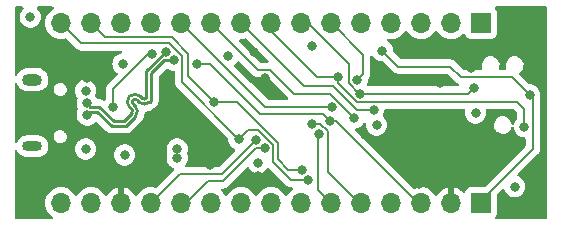
<source format=gbr>
%TF.GenerationSoftware,KiCad,Pcbnew,(7.0.0-0)*%
%TF.CreationDate,2023-03-26T13:07:46-04:00*%
%TF.ProjectId,mini_arduino_clone,6d696e69-5f61-4726-9475-696e6f5f636c,rev?*%
%TF.SameCoordinates,Original*%
%TF.FileFunction,Copper,L4,Bot*%
%TF.FilePolarity,Positive*%
%FSLAX46Y46*%
G04 Gerber Fmt 4.6, Leading zero omitted, Abs format (unit mm)*
G04 Created by KiCad (PCBNEW (7.0.0-0)) date 2023-03-26 13:07:46*
%MOMM*%
%LPD*%
G01*
G04 APERTURE LIST*
%TA.AperFunction,ComponentPad*%
%ADD10O,1.700000X1.000000*%
%TD*%
%TA.AperFunction,ComponentPad*%
%ADD11O,1.700000X0.850000*%
%TD*%
%TA.AperFunction,ComponentPad*%
%ADD12R,1.700000X1.700000*%
%TD*%
%TA.AperFunction,ComponentPad*%
%ADD13O,1.700000X1.700000*%
%TD*%
%TA.AperFunction,ViaPad*%
%ADD14C,0.800000*%
%TD*%
%TA.AperFunction,Conductor*%
%ADD15C,0.200000*%
%TD*%
%TA.AperFunction,Conductor*%
%ADD16C,0.246888*%
%TD*%
G04 APERTURE END LIST*
D10*
%TO.P,J101,6,Shield*%
%TO.N,unconnected-(J101-Shield-Pad6)*%
X1514999Y11841999D03*
D11*
X1514999Y6191999D03*
%TD*%
D12*
%TO.P,J103,1,Pin_1*%
%TO.N,/D5*%
X39496999Y16626999D03*
D13*
%TO.P,J103,2,Pin_2*%
%TO.N,/D6*%
X36956999Y16626999D03*
%TO.P,J103,3,Pin_3*%
%TO.N,/D7*%
X34416999Y16626999D03*
%TO.P,J103,4,Pin_4*%
%TO.N,/D8*%
X31876999Y16626999D03*
%TO.P,J103,5,Pin_5*%
%TO.N,/D9*%
X29336999Y16626999D03*
%TO.P,J103,6,Pin_6*%
%TO.N,/D10*%
X26796999Y16626999D03*
%TO.P,J103,7,Pin_7*%
%TO.N,/D11{slash}MOSI*%
X24256999Y16626999D03*
%TO.P,J103,8,Pin_8*%
%TO.N,/D12{slash}MISO*%
X21716999Y16626999D03*
%TO.P,J103,9,Pin_9*%
%TO.N,/D4*%
X19176999Y16626999D03*
%TO.P,J103,10,Pin_10*%
%TO.N,/D3*%
X16636999Y16626999D03*
%TO.P,J103,11,Pin_11*%
%TO.N,/D2*%
X14096999Y16626999D03*
%TO.P,J103,12,Pin_12*%
%TO.N,GND*%
X11556999Y16626999D03*
%TO.P,J103,13,Pin_13*%
%TO.N,/~{RESET}*%
X9016999Y16626999D03*
%TO.P,J103,14,Pin_14*%
%TO.N,/D0{slash}RX*%
X6476999Y16626999D03*
%TO.P,J103,15,Pin_15*%
%TO.N,/D1{slash}TX*%
X3936999Y16626999D03*
%TD*%
D12*
%TO.P,J104,1,Pin_1*%
%TO.N,/D13{slash}SCK*%
X39496999Y1386999D03*
D13*
%TO.P,J104,2,Pin_2*%
%TO.N,GND*%
X36956999Y1386999D03*
%TO.P,J104,3,Pin_3*%
%TO.N,/~{RESET}*%
X34416999Y1386999D03*
%TO.P,J104,4,Pin_4*%
%TO.N,+5V*%
X31876999Y1386999D03*
%TO.P,J104,5,Pin_5*%
%TO.N,/A7*%
X29336999Y1386999D03*
%TO.P,J104,6,Pin_6*%
%TO.N,/A6*%
X26796999Y1386999D03*
%TO.P,J104,7,Pin_7*%
%TO.N,/A5{slash}SCL*%
X24256999Y1386999D03*
%TO.P,J104,8,Pin_8*%
%TO.N,/A4{slash}~{SDA}*%
X21716999Y1386999D03*
%TO.P,J104,9,Pin_9*%
%TO.N,/A3*%
X19176999Y1386999D03*
%TO.P,J104,10,Pin_10*%
%TO.N,/A2*%
X16636999Y1386999D03*
%TO.P,J104,11,Pin_11*%
%TO.N,/A1*%
X14096999Y1386999D03*
%TO.P,J104,12,Pin_12*%
%TO.N,/A0*%
X11556999Y1386999D03*
%TO.P,J104,13,Pin_13*%
%TO.N,GND*%
X9016999Y1386999D03*
%TO.P,J104,14,Pin_14*%
%TO.N,+3V3*%
X6476999Y1386999D03*
%TO.P,J104,15,Pin_15*%
%TO.N,VBUS*%
X3936999Y1386999D03*
%TD*%
D14*
%TO.N,GND*%
X20628893Y3676487D03*
X2086893Y3676487D03*
X7903493Y5403687D03*
X21162293Y11957387D03*
X16539493Y4641687D03*
X43920693Y1644487D03*
X20298693Y14192087D03*
X13135893Y9518487D03*
X29696693Y7118865D03*
X35995893Y11589568D03*
X10468893Y6597487D03*
X34569933Y6728047D03*
X40313893Y6597487D03*
X43920693Y16325687D03*
X5973093Y7384887D03*
X35437093Y4336887D03*
X34268693Y2965287D03*
X38662893Y12820487D03*
X6165244Y12007687D03*
%TO.N,VBUS*%
X6023893Y10915487D03*
X6023893Y5962487D03*
%TO.N,+5V*%
X30661893Y7994487D03*
X1324893Y17138487D03*
X25200893Y14725487D03*
X39043893Y9010487D03*
X18088893Y13836487D03*
X13770893Y5962487D03*
X13770893Y5200487D03*
X42345893Y2787487D03*
%TO.N,/~{RESET}*%
X8359593Y9518487D03*
X15421893Y13201487D03*
X26666994Y8339403D03*
X11595954Y14010356D03*
%TO.N,+3V3*%
X20628893Y4819487D03*
%TO.N,/USB_UART/VBUS*%
X9325893Y5454487D03*
X9186493Y13176087D03*
%TO.N,/D_P*%
X6150893Y8853100D03*
X13481598Y13490782D03*
%TO.N,/D_N*%
X12790188Y14182192D03*
X6150893Y9830900D03*
%TO.N,/D12{slash}MISO*%
X43170393Y7867487D03*
X27359893Y12058487D03*
%TO.N,/D13{slash}SCK*%
X43615893Y10534487D03*
X31119771Y14294365D03*
%TO.N,/D11{slash}MOSI*%
X29264893Y10661487D03*
X38916893Y11169487D03*
%TO.N,/D2*%
X26851893Y9518487D03*
%TO.N,/D3*%
X28763473Y8606810D03*
%TO.N,/D4*%
X30407893Y9261987D03*
%TO.N,/D10*%
X29010893Y11804487D03*
%TO.N,/A7*%
X25200893Y8121487D03*
%TO.N,/A6*%
X25806813Y7220390D03*
%TO.N,/A1*%
X21173993Y6028513D03*
%TO.N,/A0*%
X20456621Y6724487D03*
%TO.N,/D0{slash}RX*%
X24350993Y4184487D03*
X16844293Y9924887D03*
%TO.N,/D1{slash}TX*%
X18977893Y6826087D03*
X24882710Y3332892D03*
%TD*%
D15*
%TO.N,/~{RESET}*%
X8359593Y11041387D02*
X8359593Y9518487D01*
X34130624Y1387000D02*
X34417000Y1387000D01*
X16520979Y13201487D02*
X15421893Y13201487D01*
X26666994Y8339403D02*
X26087188Y8919209D01*
X11328562Y14010356D02*
X8359593Y11041387D01*
X20803257Y8919209D02*
X16520979Y13201487D01*
X27178221Y8339403D02*
X34130624Y1387000D01*
X26666994Y8339403D02*
X27178221Y8339403D01*
X11595954Y14010356D02*
X11328562Y14010356D01*
X26087188Y8919209D02*
X20803257Y8919209D01*
D16*
%TO.N,/D_P*%
X13090487Y13490782D02*
X13080653Y13480948D01*
X10529252Y9941144D02*
X10529251Y9941144D01*
X7001424Y9129656D02*
X6427449Y9129656D01*
X10213252Y8708551D02*
X10213254Y8708549D01*
X13481598Y13490782D02*
X13090487Y13490782D01*
X13080653Y13480948D02*
X12689544Y13480948D01*
X10028345Y9810055D02*
X10213252Y9625148D01*
X9413849Y7909143D02*
X8221937Y7909143D01*
X11570237Y10065531D02*
X11445848Y9941144D01*
X12689544Y13480948D02*
X11570237Y12361641D01*
X11570237Y12361641D02*
X11570237Y10065531D01*
X10028345Y9810056D02*
X10028345Y9810055D01*
X10213254Y8708549D02*
X9413849Y7909143D01*
X8221937Y7909143D02*
X7001424Y9129656D01*
X10213253Y8708551D02*
X10213252Y8708551D01*
X6427449Y9129656D02*
X6150893Y8853100D01*
X10529251Y9941144D02*
X10344343Y10126052D01*
X10529253Y9941145D02*
G75*
G03*
X11445847Y9941145I458297J458298D01*
G01*
X10213215Y8708589D02*
G75*
G03*
X10213252Y9625148I-458222J458298D01*
G01*
X10344343Y10126052D02*
G75*
G03*
X10028345Y10126052I-157999J-158000D01*
G01*
X10028313Y10126084D02*
G75*
G03*
X10028346Y9810057I157980J-157997D01*
G01*
%TO.N,/D_N*%
X9728046Y9509754D02*
X9912953Y9324847D01*
X11145549Y12537553D02*
X11145549Y10241443D01*
X9912953Y9008849D02*
X9912954Y9008849D01*
X9728046Y9509755D02*
X9728046Y9509754D01*
X9912954Y9008849D02*
X9237937Y8333831D01*
X9237937Y8333831D02*
X8397849Y8333831D01*
X10829551Y10241443D02*
X10644643Y10426351D01*
X12790188Y14182192D02*
X11145549Y12537553D01*
X8397849Y8333831D02*
X7177336Y9554344D01*
X6427449Y9554344D02*
X6150893Y9830900D01*
X9728046Y10426352D02*
X9728046Y10426351D01*
X7177336Y9554344D02*
X6427449Y9554344D01*
X10644692Y10426400D02*
G75*
G03*
X9728046Y10426352I-458299J-458313D01*
G01*
X10829551Y10241443D02*
G75*
G03*
X11145549Y10241443I157999J158000D01*
G01*
X9912914Y9008888D02*
G75*
G03*
X9912953Y9324847I-157921J157999D01*
G01*
X9728013Y10426384D02*
G75*
G03*
X9728047Y9509756I458380J-458297D01*
G01*
D15*
%TO.N,/D12{slash}MISO*%
X27359893Y11576537D02*
X27359893Y12058487D01*
X27359893Y12058487D02*
X25581893Y12058487D01*
X21717000Y15923380D02*
X21717000Y16627000D01*
X28974943Y9961487D02*
X27359893Y11576537D01*
X43170393Y9328987D02*
X42537893Y9961487D01*
X43170393Y7867487D02*
X43170393Y9328987D01*
X42537893Y9961487D02*
X28974943Y9961487D01*
X25581893Y12058487D02*
X21717000Y15923380D01*
%TO.N,/D13{slash}SCK*%
X43615893Y10534487D02*
X42091893Y12058487D01*
X32466649Y12947487D02*
X31119771Y14294365D01*
X37773893Y12058487D02*
X36884893Y12947487D01*
X42091893Y12058487D02*
X37773893Y12058487D01*
X36884893Y12947487D02*
X32466649Y12947487D01*
X43869893Y10280487D02*
X43869893Y5962487D01*
X43615893Y10534487D02*
X43869893Y10280487D01*
X43869893Y5962487D02*
X39497000Y1589594D01*
X39497000Y1589594D02*
X39497000Y1387000D01*
%TO.N,/D11{slash}MOSI*%
X29264893Y10661487D02*
X29163943Y10661487D01*
X28310893Y13139487D02*
X24823380Y16627000D01*
X38916893Y11169487D02*
X38408893Y10661487D01*
X24823380Y16627000D02*
X24257000Y16627000D01*
X29163943Y10661487D02*
X28310893Y11514537D01*
X28310893Y11514537D02*
X28310893Y13139487D01*
X38408893Y10661487D02*
X29264893Y10661487D01*
%TO.N,/D2*%
X26851893Y9518487D02*
X21205513Y9518487D01*
X21205513Y9518487D02*
X14097000Y16627000D01*
%TO.N,/D3*%
X21655443Y12656887D02*
X20607113Y12656887D01*
X26708796Y10661487D02*
X23650843Y10661487D01*
X28763473Y8606810D02*
X26708796Y10661487D01*
X20607113Y12656887D02*
X16637000Y16627000D01*
X23650843Y10661487D02*
X21655443Y12656887D01*
%TO.N,/D4*%
X26974013Y11296487D02*
X24507513Y11296487D01*
X24507513Y11296487D02*
X19177000Y16627000D01*
X30407893Y9261987D02*
X29008513Y9261987D01*
X29008513Y9261987D02*
X26974013Y11296487D01*
%TO.N,/D10*%
X29518893Y13963487D02*
X26855380Y16627000D01*
X26855380Y16627000D02*
X26797000Y16627000D01*
X29518893Y12312487D02*
X29518893Y13963487D01*
X29010893Y11804487D02*
X29518893Y12312487D01*
%TO.N,/A7*%
X29141380Y1387000D02*
X29337000Y1387000D01*
X25895666Y8121487D02*
X26506813Y7510340D01*
X25200893Y8121487D02*
X25895666Y8121487D01*
X26506813Y7510340D02*
X26506813Y4021567D01*
X26506813Y4021567D02*
X29141380Y1387000D01*
%TO.N,/A6*%
X25708893Y7122470D02*
X25708893Y2475107D01*
X25708893Y2475107D02*
X26797000Y1387000D01*
X25806813Y7220390D02*
X25708893Y7122470D01*
%TO.N,/A1*%
X20750597Y6028513D02*
X20746571Y6024487D01*
X14504006Y1387000D02*
X14097000Y1387000D01*
X17631693Y3219287D02*
X16336293Y3219287D01*
X20436893Y6024487D02*
X17631693Y3219287D01*
X20746571Y6024487D02*
X20436893Y6024487D01*
X21173993Y6028513D02*
X20750597Y6028513D01*
X16336293Y3219287D02*
X14504006Y1387000D01*
%TO.N,/A0*%
X17561021Y3828887D02*
X13998887Y3828887D01*
X13998887Y3828887D02*
X11557000Y1387000D01*
X20456621Y6724487D02*
X17561021Y3828887D01*
%TO.N,/D0{slash}RX*%
X14659893Y14039687D02*
X13288293Y15411287D01*
X16844293Y9924887D02*
X14659893Y12109287D01*
X13288293Y15411287D02*
X7692713Y15411287D01*
X24350993Y4184487D02*
X23168893Y4184487D01*
X23168893Y4184487D02*
X22273993Y5079387D01*
X22273993Y5079387D02*
X22273993Y6484149D01*
X22273993Y6484149D02*
X18833255Y9924887D01*
X18833255Y9924887D02*
X16844293Y9924887D01*
X7692713Y15411287D02*
X6477000Y16627000D01*
X14659893Y12109287D02*
X14659893Y14039687D01*
%TO.N,/D1{slash}TX*%
X14181598Y11597632D02*
X14181598Y13806782D01*
X24882710Y3332892D02*
X23385488Y3332892D01*
X18977893Y6826087D02*
X18953143Y6826087D01*
X5660713Y14903287D02*
X3937000Y16627000D01*
X23385488Y3332892D02*
X21873993Y4844387D01*
X21873993Y4844387D02*
X21873993Y6318463D01*
X13085093Y14903287D02*
X5660713Y14903287D01*
X20578969Y7613487D02*
X19765293Y7613487D01*
X21873993Y6318463D02*
X20578969Y7613487D01*
X14181598Y13806782D02*
X13085093Y14903287D01*
X19765293Y7613487D02*
X18977893Y6826087D01*
X18953143Y6826087D02*
X14181598Y11597632D01*
%TD*%
%TA.AperFunction,Conductor*%
%TO.N,GND*%
G36*
X45022500Y18016887D02*
G01*
X45067887Y17971500D01*
X45084500Y17909500D01*
X45084500Y124500D01*
X45067887Y62500D01*
X45022500Y17113D01*
X44960500Y500D01*
X40818304Y500D01*
X40753137Y19005D01*
X40707420Y68996D01*
X40694798Y135553D01*
X40719037Y198811D01*
X40736776Y222509D01*
X40790796Y294669D01*
X40841091Y429517D01*
X40847500Y489127D01*
X40847499Y2039499D01*
X40856938Y2086951D01*
X40883815Y2127176D01*
X41291548Y2534909D01*
X41345568Y2566570D01*
X41408174Y2567800D01*
X41463398Y2538282D01*
X41497158Y2485545D01*
X41516669Y2425495D01*
X41518714Y2419203D01*
X41521961Y2413579D01*
X41521962Y2413577D01*
X41609341Y2262231D01*
X41613360Y2255271D01*
X41740022Y2114599D01*
X41893163Y2003336D01*
X42066090Y1926343D01*
X42251247Y1886987D01*
X42434036Y1886987D01*
X42440539Y1886987D01*
X42625696Y1926343D01*
X42798623Y2003336D01*
X42951764Y2114599D01*
X43078426Y2255271D01*
X43173072Y2419203D01*
X43231567Y2599231D01*
X43251353Y2787487D01*
X43235128Y2941858D01*
X43232246Y2969283D01*
X43232245Y2969284D01*
X43231567Y2975743D01*
X43173072Y3155771D01*
X43078426Y3319703D01*
X42951764Y3460375D01*
X42946506Y3464195D01*
X42946504Y3464197D01*
X42803881Y3567818D01*
X42803880Y3567819D01*
X42798623Y3571638D01*
X42792685Y3574282D01*
X42637998Y3643154D01*
X42591054Y3679666D01*
X42566510Y3733836D01*
X42570012Y3793204D01*
X42600751Y3844112D01*
X44260937Y5504298D01*
X44273115Y5514977D01*
X44298175Y5534205D01*
X44394429Y5659646D01*
X44454937Y5805725D01*
X44462119Y5860277D01*
X44475576Y5962487D01*
X44471453Y5993796D01*
X44470393Y6009981D01*
X44470393Y10230652D01*
X44476461Y10268967D01*
X44501567Y10346231D01*
X44521353Y10534487D01*
X44501567Y10722743D01*
X44443072Y10902771D01*
X44348426Y11066703D01*
X44337401Y11078947D01*
X44226113Y11202545D01*
X44226112Y11202546D01*
X44221764Y11207375D01*
X44216506Y11211195D01*
X44216504Y11211197D01*
X44073881Y11314818D01*
X44073880Y11314819D01*
X44068623Y11318638D01*
X44043796Y11329692D01*
X43901638Y11392986D01*
X43901633Y11392988D01*
X43895696Y11395631D01*
X43889337Y11396983D01*
X43889333Y11396984D01*
X43716901Y11433635D01*
X43716898Y11433636D01*
X43710539Y11434987D01*
X43704036Y11434987D01*
X43615991Y11434987D01*
X43568538Y11444426D01*
X43528310Y11471306D01*
X43139577Y11860039D01*
X42737937Y12261678D01*
X42708792Y12307796D01*
X42702261Y12361961D01*
X42719610Y12413686D01*
X42757475Y12452955D01*
X42827677Y12499127D01*
X42947351Y12625974D01*
X43034546Y12777000D01*
X43084561Y12944064D01*
X43094701Y13118158D01*
X43064419Y13289899D01*
X42995346Y13450026D01*
X42964681Y13491216D01*
X42950538Y13510214D01*
X42891208Y13589909D01*
X42885681Y13594546D01*
X42885679Y13594549D01*
X42763145Y13697366D01*
X42757618Y13702004D01*
X42745076Y13708303D01*
X42608227Y13777031D01*
X42608224Y13777032D01*
X42601777Y13780270D01*
X42594752Y13781935D01*
X42439115Y13818822D01*
X42439111Y13818823D01*
X42432088Y13820487D01*
X42301438Y13820487D01*
X42297873Y13820071D01*
X42297867Y13820070D01*
X42178849Y13806159D01*
X42178846Y13806159D01*
X42171682Y13805321D01*
X42164903Y13802854D01*
X42164900Y13802853D01*
X42014594Y13748146D01*
X42014590Y13748145D01*
X42007809Y13745676D01*
X42001779Y13741711D01*
X42001773Y13741707D01*
X41868145Y13653818D01*
X41868139Y13653814D01*
X41862109Y13649847D01*
X41857156Y13644598D01*
X41857151Y13644593D01*
X41747392Y13528255D01*
X41747388Y13528251D01*
X41742435Y13523000D01*
X41738825Y13516750D01*
X41738823Y13516745D01*
X41658850Y13378228D01*
X41658847Y13378223D01*
X41655240Y13371974D01*
X41653170Y13365062D01*
X41653169Y13365058D01*
X41607295Y13211825D01*
X41605225Y13204910D01*
X41604805Y13197705D01*
X41604805Y13197703D01*
X41595504Y13038026D01*
X41595504Y13038018D01*
X41595085Y13030816D01*
X41596338Y13023705D01*
X41596339Y13023704D01*
X41624112Y12866187D01*
X41624114Y12866179D01*
X41625367Y12859075D01*
X41628224Y12852450D01*
X41628226Y12852446D01*
X41637002Y12832103D01*
X41646672Y12772181D01*
X41626745Y12714849D01*
X41581995Y12673842D01*
X41523144Y12658987D01*
X41135776Y12658987D01*
X41080125Y12672177D01*
X41036313Y12708939D01*
X41013660Y12761454D01*
X41016985Y12818550D01*
X41054561Y12944064D01*
X41064701Y13118158D01*
X41034419Y13289899D01*
X40965346Y13450026D01*
X40934681Y13491216D01*
X40920538Y13510214D01*
X40861208Y13589909D01*
X40855681Y13594546D01*
X40855679Y13594549D01*
X40733145Y13697366D01*
X40727618Y13702004D01*
X40715076Y13708303D01*
X40578227Y13777031D01*
X40578224Y13777032D01*
X40571777Y13780270D01*
X40564752Y13781935D01*
X40409115Y13818822D01*
X40409111Y13818823D01*
X40402088Y13820487D01*
X40271438Y13820487D01*
X40267873Y13820071D01*
X40267867Y13820070D01*
X40148849Y13806159D01*
X40148846Y13806159D01*
X40141682Y13805321D01*
X40134903Y13802854D01*
X40134900Y13802853D01*
X39984594Y13748146D01*
X39984590Y13748145D01*
X39977809Y13745676D01*
X39971779Y13741711D01*
X39971773Y13741707D01*
X39838145Y13653818D01*
X39838139Y13653814D01*
X39832109Y13649847D01*
X39827156Y13644598D01*
X39827151Y13644593D01*
X39717392Y13528255D01*
X39717388Y13528251D01*
X39712435Y13523000D01*
X39708825Y13516750D01*
X39708823Y13516745D01*
X39628850Y13378228D01*
X39628847Y13378223D01*
X39625240Y13371974D01*
X39623170Y13365062D01*
X39623169Y13365058D01*
X39577295Y13211825D01*
X39575225Y13204910D01*
X39574805Y13197705D01*
X39574805Y13197703D01*
X39565504Y13038026D01*
X39565504Y13038018D01*
X39565085Y13030816D01*
X39566338Y13023705D01*
X39566339Y13023704D01*
X39594112Y12866187D01*
X39594114Y12866179D01*
X39595367Y12859075D01*
X39598224Y12852450D01*
X39598226Y12852446D01*
X39607002Y12832103D01*
X39616672Y12772181D01*
X39596745Y12714849D01*
X39551995Y12673842D01*
X39493144Y12658987D01*
X38073990Y12658987D01*
X38026537Y12668426D01*
X37986309Y12695306D01*
X37343092Y13338523D01*
X37332396Y13350719D01*
X37323748Y13361989D01*
X37313175Y13375769D01*
X37187734Y13472023D01*
X37101914Y13507571D01*
X37049164Y13529421D01*
X37049161Y13529422D01*
X37041655Y13532531D01*
X37033601Y13533592D01*
X37033595Y13533593D01*
X36966487Y13542427D01*
X36892952Y13552108D01*
X36884893Y13553169D01*
X36876834Y13552108D01*
X36853591Y13549048D01*
X36837406Y13547987D01*
X32766746Y13547987D01*
X32719293Y13557426D01*
X32679065Y13584306D01*
X32060871Y14202500D01*
X32033991Y14242728D01*
X32024708Y14289395D01*
X32025231Y14294365D01*
X32005445Y14482621D01*
X31946950Y14662649D01*
X31852304Y14826581D01*
X31725642Y14967253D01*
X31720384Y14971073D01*
X31720382Y14971075D01*
X31590813Y15065212D01*
X31550595Y15114700D01*
X31540290Y15177631D01*
X31562622Y15237361D01*
X31611686Y15278095D01*
X31674503Y15289058D01*
X31877000Y15271341D01*
X32112408Y15291937D01*
X32340663Y15353097D01*
X32554830Y15452965D01*
X32748401Y15588505D01*
X32915495Y15755599D01*
X33045426Y15941159D01*
X33089743Y15980024D01*
X33147000Y15994035D01*
X33204257Y15980024D01*
X33248575Y15941158D01*
X33375395Y15760039D01*
X33375401Y15760032D01*
X33378505Y15755599D01*
X33545599Y15588505D01*
X33550031Y15585402D01*
X33550033Y15585400D01*
X33694260Y15484411D01*
X33739170Y15452965D01*
X33953337Y15353097D01*
X34181592Y15291937D01*
X34417000Y15271341D01*
X34652408Y15291937D01*
X34880663Y15353097D01*
X35094830Y15452965D01*
X35288401Y15588505D01*
X35455495Y15755599D01*
X35585426Y15941159D01*
X35629743Y15980024D01*
X35687000Y15994035D01*
X35744257Y15980024D01*
X35788575Y15941158D01*
X35915395Y15760039D01*
X35915401Y15760032D01*
X35918505Y15755599D01*
X36085599Y15588505D01*
X36090031Y15585402D01*
X36090033Y15585400D01*
X36234260Y15484411D01*
X36279170Y15452965D01*
X36493337Y15353097D01*
X36721592Y15291937D01*
X36957000Y15271341D01*
X37192408Y15291937D01*
X37420663Y15353097D01*
X37634830Y15452965D01*
X37828401Y15588505D01*
X37950329Y15710434D01*
X38003072Y15741727D01*
X38064365Y15743916D01*
X38119210Y15716463D01*
X38154189Y15666084D01*
X38203204Y15534669D01*
X38208518Y15527570D01*
X38208519Y15527569D01*
X38264367Y15452965D01*
X38289454Y15419454D01*
X38404669Y15333204D01*
X38539517Y15282909D01*
X38599127Y15276500D01*
X40394872Y15276501D01*
X40454483Y15282909D01*
X40589331Y15333204D01*
X40704546Y15419454D01*
X40790796Y15534669D01*
X40841091Y15669517D01*
X40847500Y15729127D01*
X40847499Y17524872D01*
X40841091Y17584483D01*
X40790796Y17719331D01*
X40704546Y17834546D01*
X40706701Y17836160D01*
X40685239Y17871182D01*
X40680697Y17928898D01*
X40702852Y17982385D01*
X40746875Y18019985D01*
X40803170Y18033500D01*
X44960500Y18033500D01*
X45022500Y18016887D01*
G37*
%TD.AperFunction*%
%TA.AperFunction,Conductor*%
G36*
X701150Y18019389D02*
G01*
X745523Y17980269D01*
X766723Y17925042D01*
X759924Y17866277D01*
X726673Y17817350D01*
X724277Y17815194D01*
X719022Y17811375D01*
X714677Y17806551D01*
X714673Y17806546D01*
X596706Y17675531D01*
X596701Y17675525D01*
X592360Y17670703D01*
X589115Y17665083D01*
X589111Y17665077D01*
X500962Y17512398D01*
X500959Y17512393D01*
X497714Y17506771D01*
X495708Y17500599D01*
X495706Y17500593D01*
X441226Y17332923D01*
X441224Y17332914D01*
X439219Y17326743D01*
X438541Y17320293D01*
X438539Y17320283D01*
X420855Y17152023D01*
X419433Y17138487D01*
X420112Y17132027D01*
X438539Y16956692D01*
X438540Y16956684D01*
X439219Y16950231D01*
X441224Y16944059D01*
X441226Y16944052D01*
X495706Y16776382D01*
X497714Y16770203D01*
X592360Y16606271D01*
X719022Y16465599D01*
X872163Y16354336D01*
X1045090Y16277343D01*
X1230247Y16237987D01*
X1413036Y16237987D01*
X1419539Y16237987D01*
X1604696Y16277343D01*
X1777623Y16354336D01*
X1930764Y16465599D01*
X2057426Y16606271D01*
X2152072Y16770203D01*
X2210567Y16950231D01*
X2230353Y17138487D01*
X2210567Y17326743D01*
X2152072Y17506771D01*
X2057426Y17670703D01*
X1930764Y17811375D01*
X1925507Y17815195D01*
X1923113Y17817350D01*
X1889862Y17866277D01*
X1883063Y17925042D01*
X1904263Y17980269D01*
X1948636Y18019389D01*
X2006085Y18033500D01*
X3199982Y18033500D01*
X3261982Y18016887D01*
X3307369Y17971500D01*
X3323982Y17909500D01*
X3307369Y17847499D01*
X3262418Y17802550D01*
X3259171Y17801035D01*
X3254741Y17797934D01*
X3254732Y17797928D01*
X3070034Y17668601D01*
X3070029Y17668598D01*
X3065599Y17665495D01*
X3061775Y17661672D01*
X3061769Y17661666D01*
X2902334Y17502231D01*
X2902328Y17502225D01*
X2898505Y17498401D01*
X2895402Y17493971D01*
X2895399Y17493966D01*
X2766073Y17309269D01*
X2766068Y17309262D01*
X2762965Y17304829D01*
X2760677Y17299923D01*
X2760675Y17299919D01*
X2665386Y17095573D01*
X2665383Y17095568D01*
X2663097Y17090663D01*
X2661698Y17085443D01*
X2661694Y17085431D01*
X2603337Y16867635D01*
X2603335Y16867629D01*
X2601937Y16862408D01*
X2601465Y16857023D01*
X2601465Y16857018D01*
X2581813Y16632395D01*
X2581341Y16627000D01*
X2601937Y16391592D01*
X2603336Y16386370D01*
X2603337Y16386366D01*
X2661694Y16168570D01*
X2661697Y16168562D01*
X2663097Y16163337D01*
X2665385Y16158430D01*
X2665386Y16158428D01*
X2760678Y15954073D01*
X2760681Y15954067D01*
X2762965Y15949170D01*
X2766064Y15944743D01*
X2766066Y15944741D01*
X2895399Y15760034D01*
X2895402Y15760030D01*
X2898505Y15755599D01*
X3065599Y15588505D01*
X3070031Y15585402D01*
X3070033Y15585400D01*
X3214260Y15484411D01*
X3259170Y15452965D01*
X3473337Y15353097D01*
X3701592Y15291937D01*
X3937000Y15271341D01*
X4172408Y15291937D01*
X4300757Y15326328D01*
X4364943Y15326328D01*
X4420531Y15294234D01*
X5202512Y14512253D01*
X5213202Y14500065D01*
X5232431Y14475005D01*
X5242775Y14467068D01*
X5340832Y14391826D01*
X5351423Y14383699D01*
X5351425Y14383698D01*
X5357872Y14378751D01*
X5503951Y14318243D01*
X5660713Y14297605D01*
X5668772Y14298666D01*
X5692015Y14301726D01*
X5708200Y14302787D01*
X8976254Y14302787D01*
X9034469Y14288272D01*
X9079055Y14248127D01*
X9099575Y14191748D01*
X9091225Y14132336D01*
X9055960Y14083797D01*
X9002035Y14057497D01*
X8913052Y14038584D01*
X8913045Y14038582D01*
X8906690Y14037231D01*
X8900755Y14034589D01*
X8900747Y14034586D01*
X8739700Y13962882D01*
X8739695Y13962880D01*
X8733763Y13960238D01*
X8728509Y13956422D01*
X8728504Y13956418D01*
X8585881Y13852797D01*
X8585874Y13852792D01*
X8580622Y13848975D01*
X8576277Y13844150D01*
X8576272Y13844145D01*
X8458306Y13713131D01*
X8458301Y13713125D01*
X8453960Y13708303D01*
X8450715Y13702683D01*
X8450711Y13702677D01*
X8362562Y13549998D01*
X8362559Y13549993D01*
X8359314Y13544371D01*
X8357308Y13538199D01*
X8357306Y13538193D01*
X8302826Y13370523D01*
X8302824Y13370514D01*
X8300819Y13364343D01*
X8300141Y13357893D01*
X8300139Y13357883D01*
X8284789Y13211825D01*
X8281033Y13176087D01*
X8281712Y13169627D01*
X8300139Y12994292D01*
X8300140Y12994284D01*
X8300819Y12987831D01*
X8302824Y12981659D01*
X8302826Y12981652D01*
X8353052Y12827074D01*
X8359314Y12807803D01*
X8362561Y12802179D01*
X8362562Y12802177D01*
X8439043Y12669707D01*
X8453960Y12643871D01*
X8458304Y12639046D01*
X8458306Y12639044D01*
X8576272Y12508030D01*
X8580622Y12503199D01*
X8585880Y12499379D01*
X8585881Y12499378D01*
X8689945Y12423771D01*
X8725250Y12384042D01*
X8740678Y12333182D01*
X8733396Y12280534D01*
X8704741Y12235772D01*
X7968558Y11499589D01*
X7956367Y11488897D01*
X7937757Y11474617D01*
X7937749Y11474610D01*
X7931311Y11469669D01*
X7926370Y11463231D01*
X7926367Y11463227D01*
X7874996Y11396278D01*
X7840004Y11350676D01*
X7840001Y11350673D01*
X7835057Y11344228D01*
X7831948Y11336725D01*
X7831947Y11336721D01*
X7777659Y11205659D01*
X7777657Y11205654D01*
X7774549Y11198149D01*
X7773489Y11190098D01*
X7773487Y11190090D01*
X7756503Y11061077D01*
X7753911Y11041387D01*
X7754972Y11033328D01*
X7758032Y11010085D01*
X7759093Y10993900D01*
X7759093Y10244939D01*
X7750857Y10200501D01*
X7727244Y10161969D01*
X7697042Y10128426D01*
X7674710Y10103624D01*
X7623749Y10069638D01*
X7562737Y10064193D01*
X7510375Y10086960D01*
X7510350Y10086916D01*
X7510002Y10087122D01*
X7506563Y10088617D01*
X7503638Y10090886D01*
X7503637Y10090887D01*
X7497474Y10095667D01*
X7490315Y10098765D01*
X7490312Y10098767D01*
X7457502Y10112966D01*
X7447018Y10118102D01*
X7415684Y10135327D01*
X7415681Y10135328D01*
X7408851Y10139083D01*
X7401299Y10141022D01*
X7401297Y10141023D01*
X7389519Y10144047D01*
X7371111Y10150349D01*
X7359955Y10155177D01*
X7359952Y10155178D01*
X7352795Y10158275D01*
X7345087Y10159496D01*
X7309777Y10165089D01*
X7298350Y10167455D01*
X7256158Y10178288D01*
X7248356Y10178288D01*
X7236199Y10178288D01*
X7216801Y10179815D01*
X7204798Y10181717D01*
X7204791Y10181718D01*
X7197090Y10182937D01*
X7189324Y10182203D01*
X7189322Y10182203D01*
X7153728Y10178838D01*
X7142058Y10178288D01*
X7061728Y10178288D01*
X6999728Y10194901D01*
X6954341Y10240288D01*
X6896742Y10340052D01*
X6883426Y10363116D01*
X6869630Y10378438D01*
X6859236Y10389982D01*
X6833455Y10434638D01*
X6828067Y10485919D01*
X6844002Y10534958D01*
X6851072Y10547203D01*
X6909567Y10727231D01*
X6929353Y10915487D01*
X6909567Y11103743D01*
X6851072Y11283771D01*
X6756426Y11447703D01*
X6748312Y11456714D01*
X6634113Y11583545D01*
X6634112Y11583546D01*
X6629764Y11588375D01*
X6624506Y11592195D01*
X6624504Y11592197D01*
X6481881Y11695818D01*
X6481880Y11695819D01*
X6476623Y11699638D01*
X6470685Y11702282D01*
X6309638Y11773986D01*
X6309633Y11773988D01*
X6303696Y11776631D01*
X6297337Y11777983D01*
X6297333Y11777984D01*
X6124901Y11814635D01*
X6124898Y11814636D01*
X6118539Y11815987D01*
X5929247Y11815987D01*
X5922888Y11814636D01*
X5922884Y11814635D01*
X5750452Y11777984D01*
X5750445Y11777982D01*
X5744090Y11776631D01*
X5738155Y11773989D01*
X5738147Y11773986D01*
X5577100Y11702282D01*
X5577095Y11702280D01*
X5571163Y11699638D01*
X5565909Y11695822D01*
X5565904Y11695818D01*
X5423281Y11592197D01*
X5423274Y11592192D01*
X5418022Y11588375D01*
X5413677Y11583550D01*
X5413672Y11583545D01*
X5295706Y11452531D01*
X5295701Y11452525D01*
X5291360Y11447703D01*
X5288115Y11442083D01*
X5288111Y11442077D01*
X5199962Y11289398D01*
X5199959Y11289393D01*
X5196714Y11283771D01*
X5194708Y11277599D01*
X5194706Y11277593D01*
X5140226Y11109923D01*
X5140224Y11109914D01*
X5138219Y11103743D01*
X5137541Y11097293D01*
X5137539Y11097283D01*
X5123135Y10960228D01*
X5118433Y10915487D01*
X5119112Y10909027D01*
X5137539Y10733692D01*
X5137540Y10733684D01*
X5138219Y10727231D01*
X5140224Y10721059D01*
X5140226Y10721052D01*
X5190472Y10566414D01*
X5196714Y10547203D01*
X5199961Y10541579D01*
X5199962Y10541577D01*
X5232096Y10485919D01*
X5291360Y10383271D01*
X5295702Y10378448D01*
X5295710Y10378438D01*
X5315548Y10356407D01*
X5341329Y10311756D01*
X5346720Y10260479D01*
X5330790Y10211441D01*
X5326965Y10204816D01*
X5326962Y10204812D01*
X5323714Y10199184D01*
X5321707Y10193010D01*
X5321704Y10193001D01*
X5267226Y10025336D01*
X5267224Y10025327D01*
X5265219Y10019156D01*
X5264541Y10012706D01*
X5264539Y10012696D01*
X5250899Y9882911D01*
X5245433Y9830900D01*
X5246112Y9824440D01*
X5264539Y9649105D01*
X5264540Y9649097D01*
X5265219Y9642644D01*
X5267224Y9636472D01*
X5267226Y9636465D01*
X5311584Y9499948D01*
X5323714Y9462616D01*
X5326962Y9456990D01*
X5326964Y9456986D01*
X5357555Y9404000D01*
X5374168Y9342002D01*
X5357556Y9280003D01*
X5326963Y9227013D01*
X5326960Y9227007D01*
X5323714Y9221384D01*
X5321708Y9215212D01*
X5321706Y9215206D01*
X5267226Y9047536D01*
X5267224Y9047527D01*
X5265219Y9041356D01*
X5264541Y9034906D01*
X5264539Y9034896D01*
X5250350Y8899882D01*
X5245433Y8853100D01*
X5246112Y8846640D01*
X5264539Y8671305D01*
X5264540Y8671297D01*
X5265219Y8664844D01*
X5267224Y8658672D01*
X5267226Y8658665D01*
X5317329Y8504467D01*
X5323714Y8484816D01*
X5326961Y8479192D01*
X5326962Y8479190D01*
X5410915Y8333778D01*
X5418360Y8320884D01*
X5422704Y8316059D01*
X5422706Y8316057D01*
X5540412Y8185332D01*
X5545022Y8180212D01*
X5550280Y8176392D01*
X5550281Y8176391D01*
X5577809Y8156391D01*
X5698163Y8068949D01*
X5871090Y7991956D01*
X6056247Y7952600D01*
X6239036Y7952600D01*
X6245539Y7952600D01*
X6430696Y7991956D01*
X6603623Y8068949D01*
X6756764Y8180212D01*
X6817020Y8247133D01*
X6872913Y8282742D01*
X6939166Y8284477D01*
X6996849Y8251841D01*
X7725882Y7522808D01*
X7733309Y7514646D01*
X7737359Y7508265D01*
X7743041Y7502929D01*
X7743043Y7502927D01*
X7786259Y7462345D01*
X7789056Y7459634D01*
X7808499Y7440191D01*
X7811646Y7437750D01*
X7820530Y7430163D01*
X7852277Y7400350D01*
X7869771Y7390732D01*
X7886027Y7380054D01*
X7901799Y7367820D01*
X7941783Y7350518D01*
X7952241Y7345394D01*
X7990422Y7324404D01*
X7997977Y7322465D01*
X7997978Y7322464D01*
X8009752Y7319441D01*
X8028164Y7313138D01*
X8046478Y7305212D01*
X8089484Y7298401D01*
X8100925Y7296032D01*
X8133222Y7287739D01*
X8143115Y7285199D01*
X8163074Y7285199D01*
X8182471Y7283673D01*
X8202183Y7280550D01*
X8245544Y7284649D01*
X8257215Y7285199D01*
X9336269Y7285199D01*
X9347289Y7284680D01*
X9354665Y7283031D01*
X9421707Y7285139D01*
X9425602Y7285199D01*
X9449205Y7285199D01*
X9453104Y7285199D01*
X9457051Y7285698D01*
X9468701Y7286616D01*
X9512231Y7287983D01*
X9519719Y7290159D01*
X9519721Y7290159D01*
X9531388Y7293549D01*
X9550454Y7297498D01*
X9570251Y7299998D01*
X9610745Y7316032D01*
X9621794Y7319814D01*
X9627938Y7321599D01*
X9663616Y7331964D01*
X9680799Y7342127D01*
X9698271Y7350685D01*
X9702254Y7352263D01*
X9716825Y7358031D01*
X9752065Y7383636D01*
X9761813Y7390040D01*
X9799309Y7412213D01*
X9813415Y7426320D01*
X9828210Y7438958D01*
X9844363Y7450692D01*
X9872127Y7484256D01*
X9879979Y7492885D01*
X10604457Y8217364D01*
X10622444Y8232242D01*
X10629155Y8236802D01*
X10634156Y8242477D01*
X10634607Y8242837D01*
X10637247Y8245240D01*
X10637652Y8245659D01*
X10643767Y8250100D01*
X10671514Y8283643D01*
X10679380Y8292287D01*
X10682207Y8295112D01*
X10682386Y8295345D01*
X10682748Y8295731D01*
X10725171Y8338145D01*
X10842876Y8500127D01*
X10933791Y8678528D01*
X10995676Y8868956D01*
X11021207Y9030102D01*
X11039685Y9078233D01*
X11076144Y9114690D01*
X11124277Y9133167D01*
X11285428Y9158690D01*
X11475857Y9220564D01*
X11654262Y9311466D01*
X11816251Y9429157D01*
X11865509Y9478416D01*
X11887040Y9499948D01*
X11887042Y9499949D01*
X11887043Y9499948D01*
X11940614Y9553519D01*
X11940614Y9553521D01*
X11956584Y9569491D01*
X11964726Y9576899D01*
X11971115Y9580953D01*
X12017042Y9629862D01*
X12019754Y9632659D01*
X12023560Y9636465D01*
X12039186Y9652090D01*
X12041617Y9655225D01*
X12049215Y9664123D01*
X12079030Y9695871D01*
X12088646Y9713364D01*
X12099324Y9729619D01*
X12111558Y9745389D01*
X12128856Y9785367D01*
X12133995Y9795854D01*
X12151216Y9827177D01*
X12151215Y9827177D01*
X12154976Y9834016D01*
X12159939Y9853348D01*
X12166240Y9871753D01*
X12174167Y9890067D01*
X12180980Y9933088D01*
X12183351Y9944533D01*
X12192241Y9979154D01*
X12192240Y9979154D01*
X12194181Y9986709D01*
X12194181Y10006661D01*
X12195708Y10026060D01*
X12197609Y10038063D01*
X12197608Y10038063D01*
X12198830Y10045771D01*
X12194730Y10089137D01*
X12194181Y10100805D01*
X12194181Y12051833D01*
X12203620Y12099286D01*
X12230500Y12139514D01*
X12375873Y12284887D01*
X12820043Y12729059D01*
X12869404Y12759307D01*
X12927120Y12763849D01*
X12980606Y12741695D01*
X13028868Y12706631D01*
X13201795Y12629638D01*
X13386952Y12590282D01*
X13393455Y12590282D01*
X13457098Y12590282D01*
X13519098Y12573669D01*
X13564485Y12528282D01*
X13581098Y12466282D01*
X13581098Y11645119D01*
X13580036Y11628934D01*
X13575916Y11597632D01*
X13576977Y11589573D01*
X13592763Y11469669D01*
X13592763Y11469668D01*
X13594300Y11457987D01*
X13596554Y11440870D01*
X13599666Y11433357D01*
X13648766Y11314818D01*
X13657062Y11294791D01*
X13753316Y11169350D01*
X13773181Y11154107D01*
X13778367Y11150128D01*
X13790562Y11139433D01*
X18037686Y6892309D01*
X18061926Y6858011D01*
X18073326Y6817589D01*
X18091539Y6644292D01*
X18091540Y6644284D01*
X18092219Y6637831D01*
X18094224Y6631659D01*
X18094226Y6631652D01*
X18147888Y6466500D01*
X18150714Y6457803D01*
X18153961Y6452179D01*
X18153962Y6452177D01*
X18232015Y6316984D01*
X18245360Y6293871D01*
X18249704Y6289046D01*
X18249706Y6289044D01*
X18367672Y6158030D01*
X18372022Y6153199D01*
X18525163Y6041936D01*
X18636889Y5992192D01*
X18683829Y5955683D01*
X18708374Y5901512D01*
X18704873Y5842144D01*
X18674131Y5791234D01*
X17348605Y4465706D01*
X17308377Y4438826D01*
X17260924Y4429387D01*
X14566842Y4429387D01*
X14511707Y4442319D01*
X14468072Y4478417D01*
X14445038Y4530152D01*
X14447410Y4586734D01*
X14474690Y4636357D01*
X14503426Y4668271D01*
X14598072Y4832203D01*
X14656567Y5012231D01*
X14676353Y5200487D01*
X14656567Y5388743D01*
X14606389Y5543174D01*
X14600321Y5581487D01*
X14606389Y5619801D01*
X14656567Y5774231D01*
X14676353Y5962487D01*
X14656567Y6150743D01*
X14598072Y6330771D01*
X14503426Y6494703D01*
X14492058Y6507328D01*
X14381113Y6630545D01*
X14381112Y6630546D01*
X14376764Y6635375D01*
X14371506Y6639195D01*
X14371504Y6639197D01*
X14228881Y6742818D01*
X14228880Y6742819D01*
X14223623Y6746638D01*
X14217685Y6749282D01*
X14056638Y6820986D01*
X14056633Y6820988D01*
X14050696Y6823631D01*
X14044337Y6824983D01*
X14044333Y6824984D01*
X13871901Y6861635D01*
X13871898Y6861636D01*
X13865539Y6862987D01*
X13676247Y6862987D01*
X13669888Y6861636D01*
X13669884Y6861635D01*
X13497452Y6824984D01*
X13497445Y6824982D01*
X13491090Y6823631D01*
X13485155Y6820989D01*
X13485147Y6820986D01*
X13324100Y6749282D01*
X13324095Y6749280D01*
X13318163Y6746638D01*
X13312909Y6742822D01*
X13312904Y6742818D01*
X13170281Y6639197D01*
X13170274Y6639192D01*
X13165022Y6635375D01*
X13160677Y6630550D01*
X13160672Y6630545D01*
X13042706Y6499531D01*
X13042701Y6499525D01*
X13038360Y6494703D01*
X13035115Y6489083D01*
X13035111Y6489077D01*
X12946962Y6336398D01*
X12946959Y6336393D01*
X12943714Y6330771D01*
X12941708Y6324599D01*
X12941706Y6324593D01*
X12887226Y6156923D01*
X12887224Y6156914D01*
X12885219Y6150743D01*
X12884541Y6144293D01*
X12884539Y6144283D01*
X12867978Y5986703D01*
X12865433Y5962487D01*
X12866112Y5956027D01*
X12884539Y5780692D01*
X12884540Y5780684D01*
X12885219Y5774231D01*
X12887224Y5768059D01*
X12887226Y5768052D01*
X12935395Y5619806D01*
X12941464Y5581488D01*
X12935395Y5543170D01*
X12887226Y5394923D01*
X12887224Y5394914D01*
X12885219Y5388743D01*
X12884541Y5382293D01*
X12884539Y5382283D01*
X12871693Y5260052D01*
X12865433Y5200487D01*
X12866112Y5194027D01*
X12884539Y5018692D01*
X12884540Y5018684D01*
X12885219Y5012231D01*
X12887224Y5006059D01*
X12887226Y5006052D01*
X12935535Y4857375D01*
X12943714Y4832203D01*
X12946961Y4826579D01*
X12946962Y4826577D01*
X13034961Y4674157D01*
X13038360Y4668271D01*
X13042702Y4663449D01*
X13042706Y4663444D01*
X13107043Y4591991D01*
X13165022Y4527599D01*
X13318163Y4416336D01*
X13443220Y4360656D01*
X13490160Y4324146D01*
X13514705Y4269976D01*
X13511203Y4210608D01*
X13480462Y4159698D01*
X12040530Y2719767D01*
X11984943Y2687673D01*
X11920756Y2687673D01*
X11797634Y2720663D01*
X11797630Y2720664D01*
X11792408Y2722063D01*
X11787020Y2722535D01*
X11787017Y2722535D01*
X11562395Y2742187D01*
X11557000Y2742659D01*
X11551605Y2742187D01*
X11326982Y2722535D01*
X11326977Y2722535D01*
X11321592Y2722063D01*
X11316371Y2720665D01*
X11316365Y2720663D01*
X11098569Y2662306D01*
X11098557Y2662302D01*
X11093337Y2660903D01*
X11088432Y2658617D01*
X11088427Y2658614D01*
X10884081Y2563325D01*
X10884077Y2563323D01*
X10879171Y2561035D01*
X10874738Y2557932D01*
X10874731Y2557927D01*
X10690034Y2428601D01*
X10690029Y2428598D01*
X10685599Y2425495D01*
X10681775Y2421672D01*
X10681769Y2421666D01*
X10522334Y2262231D01*
X10522328Y2262225D01*
X10518505Y2258401D01*
X10515403Y2253972D01*
X10515403Y2253971D01*
X10388269Y2072404D01*
X10343951Y2033539D01*
X10286694Y2019528D01*
X10229437Y2033539D01*
X10185119Y2072405D01*
X10058215Y2253643D01*
X10051280Y2261908D01*
X9891909Y2421279D01*
X9883643Y2428216D01*
X9699008Y2557499D01*
X9689676Y2562887D01*
X9485397Y2658144D01*
X9475263Y2661832D01*
X9280780Y2713944D01*
X9269551Y2714312D01*
X9267000Y2703369D01*
X9267000Y1261000D01*
X9250387Y1199000D01*
X9205000Y1153613D01*
X9143000Y1137000D01*
X8891000Y1137000D01*
X8829000Y1153613D01*
X8783613Y1199000D01*
X8767000Y1261000D01*
X8767000Y2703369D01*
X8764448Y2714312D01*
X8753219Y2713944D01*
X8558736Y2661832D01*
X8548602Y2658144D01*
X8344332Y2562890D01*
X8334982Y2557492D01*
X8150357Y2428216D01*
X8142092Y2421281D01*
X7982719Y2261908D01*
X7975788Y2253648D01*
X7848880Y2072404D01*
X7804562Y2033539D01*
X7747305Y2019528D01*
X7690048Y2033539D01*
X7645730Y2072405D01*
X7635545Y2086951D01*
X7515495Y2258401D01*
X7348401Y2425495D01*
X7343970Y2428598D01*
X7343966Y2428601D01*
X7159259Y2557934D01*
X7159257Y2557936D01*
X7154830Y2561035D01*
X7149933Y2563319D01*
X7149927Y2563322D01*
X6945572Y2658614D01*
X6945567Y2658616D01*
X6940663Y2660903D01*
X6935438Y2662303D01*
X6935430Y2662306D01*
X6717634Y2720663D01*
X6717630Y2720664D01*
X6712408Y2722063D01*
X6707020Y2722535D01*
X6707017Y2722535D01*
X6482395Y2742187D01*
X6477000Y2742659D01*
X6471605Y2742187D01*
X6246982Y2722535D01*
X6246977Y2722535D01*
X6241592Y2722063D01*
X6236371Y2720665D01*
X6236365Y2720663D01*
X6018569Y2662306D01*
X6018557Y2662302D01*
X6013337Y2660903D01*
X6008432Y2658617D01*
X6008427Y2658614D01*
X5804081Y2563325D01*
X5804077Y2563323D01*
X5799171Y2561035D01*
X5794738Y2557932D01*
X5794731Y2557927D01*
X5610034Y2428601D01*
X5610029Y2428598D01*
X5605599Y2425495D01*
X5601775Y2421672D01*
X5601769Y2421666D01*
X5442334Y2262231D01*
X5442328Y2262225D01*
X5438505Y2258401D01*
X5435402Y2253971D01*
X5435399Y2253966D01*
X5308575Y2072841D01*
X5264257Y2033975D01*
X5207000Y2019964D01*
X5149743Y2033975D01*
X5105425Y2072841D01*
X5067377Y2127179D01*
X4975495Y2258401D01*
X4808401Y2425495D01*
X4803970Y2428598D01*
X4803966Y2428601D01*
X4619259Y2557934D01*
X4619257Y2557936D01*
X4614830Y2561035D01*
X4609933Y2563319D01*
X4609927Y2563322D01*
X4405572Y2658614D01*
X4405567Y2658616D01*
X4400663Y2660903D01*
X4395438Y2662303D01*
X4395430Y2662306D01*
X4177634Y2720663D01*
X4177630Y2720664D01*
X4172408Y2722063D01*
X4167020Y2722535D01*
X4167017Y2722535D01*
X3942395Y2742187D01*
X3937000Y2742659D01*
X3931605Y2742187D01*
X3706982Y2722535D01*
X3706977Y2722535D01*
X3701592Y2722063D01*
X3696371Y2720665D01*
X3696365Y2720663D01*
X3478569Y2662306D01*
X3478557Y2662302D01*
X3473337Y2660903D01*
X3468432Y2658617D01*
X3468427Y2658614D01*
X3264081Y2563325D01*
X3264077Y2563323D01*
X3259171Y2561035D01*
X3254738Y2557932D01*
X3254731Y2557927D01*
X3070034Y2428601D01*
X3070029Y2428598D01*
X3065599Y2425495D01*
X3061775Y2421672D01*
X3061769Y2421666D01*
X2902334Y2262231D01*
X2902328Y2262225D01*
X2898505Y2258401D01*
X2895402Y2253971D01*
X2895399Y2253966D01*
X2766073Y2069269D01*
X2766068Y2069262D01*
X2762965Y2064829D01*
X2760677Y2059923D01*
X2760675Y2059919D01*
X2665386Y1855573D01*
X2665383Y1855568D01*
X2663097Y1850663D01*
X2661698Y1845443D01*
X2661694Y1845431D01*
X2603337Y1627635D01*
X2603335Y1627629D01*
X2601937Y1622408D01*
X2581341Y1387000D01*
X2601937Y1151592D01*
X2603336Y1146370D01*
X2603337Y1146366D01*
X2661694Y928570D01*
X2661697Y928562D01*
X2663097Y923337D01*
X2665385Y918430D01*
X2665386Y918428D01*
X2760678Y714073D01*
X2760681Y714067D01*
X2762965Y709170D01*
X2766064Y704743D01*
X2766066Y704741D01*
X2895399Y520034D01*
X2895402Y520030D01*
X2898505Y515599D01*
X3065599Y348505D01*
X3070031Y345402D01*
X3070033Y345400D01*
X3240447Y226075D01*
X3280773Y178858D01*
X3293153Y118010D01*
X3274481Y58790D01*
X3229439Y16047D01*
X3169323Y500D01*
X124500Y500D01*
X62500Y17113D01*
X17113Y62500D01*
X500Y124500D01*
X500Y5780254D01*
X18435Y5844489D01*
X67051Y5890143D01*
X132286Y5904009D01*
X195269Y5882076D01*
X237779Y5830690D01*
X284078Y5726701D01*
X287897Y5721445D01*
X287898Y5721443D01*
X389581Y5581488D01*
X398431Y5569308D01*
X403260Y5564960D01*
X403261Y5564959D01*
X430255Y5540653D01*
X543008Y5439130D01*
X711492Y5341856D01*
X896518Y5281738D01*
X1041496Y5266500D01*
X1985262Y5266500D01*
X1988504Y5266500D01*
X2133482Y5281738D01*
X2318508Y5341856D01*
X2486992Y5439130D01*
X2631569Y5569308D01*
X2745922Y5726701D01*
X2825051Y5904429D01*
X2837392Y5962487D01*
X5118433Y5962487D01*
X5119112Y5956027D01*
X5137539Y5780692D01*
X5137540Y5780684D01*
X5138219Y5774231D01*
X5140224Y5768059D01*
X5140226Y5768052D01*
X5178934Y5648923D01*
X5196714Y5594203D01*
X5199961Y5588579D01*
X5199962Y5588577D01*
X5283735Y5443477D01*
X5291360Y5430271D01*
X5295704Y5425446D01*
X5295706Y5425444D01*
X5413672Y5294430D01*
X5418022Y5289599D01*
X5423280Y5285779D01*
X5423281Y5285778D01*
X5449815Y5266500D01*
X5571163Y5178336D01*
X5744090Y5101343D01*
X5929247Y5061987D01*
X6112036Y5061987D01*
X6118539Y5061987D01*
X6303696Y5101343D01*
X6476623Y5178336D01*
X6629764Y5289599D01*
X6756426Y5430271D01*
X6770407Y5454487D01*
X8420433Y5454487D01*
X8421112Y5448027D01*
X8439539Y5272692D01*
X8439540Y5272684D01*
X8440219Y5266231D01*
X8442224Y5260059D01*
X8442226Y5260052D01*
X8494234Y5099991D01*
X8498714Y5086203D01*
X8501961Y5080579D01*
X8501962Y5080577D01*
X8568795Y4964818D01*
X8593360Y4922271D01*
X8597704Y4917446D01*
X8597706Y4917444D01*
X8707319Y4795707D01*
X8720022Y4781599D01*
X8873163Y4670336D01*
X9046090Y4593343D01*
X9231247Y4553987D01*
X9414036Y4553987D01*
X9420539Y4553987D01*
X9605696Y4593343D01*
X9778623Y4670336D01*
X9931764Y4781599D01*
X10058426Y4922271D01*
X10153072Y5086203D01*
X10211567Y5266231D01*
X10231353Y5454487D01*
X10211567Y5642743D01*
X10153072Y5822771D01*
X10058426Y5986703D01*
X9931764Y6127375D01*
X9926506Y6131195D01*
X9926504Y6131197D01*
X9783881Y6234818D01*
X9783880Y6234819D01*
X9778623Y6238638D01*
X9772685Y6241282D01*
X9611638Y6312986D01*
X9611633Y6312988D01*
X9605696Y6315631D01*
X9599337Y6316983D01*
X9599333Y6316984D01*
X9426901Y6353635D01*
X9426898Y6353636D01*
X9420539Y6354987D01*
X9231247Y6354987D01*
X9224888Y6353636D01*
X9224884Y6353635D01*
X9052452Y6316984D01*
X9052445Y6316982D01*
X9046090Y6315631D01*
X9040155Y6312989D01*
X9040147Y6312986D01*
X8879100Y6241282D01*
X8879095Y6241280D01*
X8873163Y6238638D01*
X8867909Y6234822D01*
X8867904Y6234818D01*
X8725281Y6131197D01*
X8725274Y6131192D01*
X8720022Y6127375D01*
X8715677Y6122550D01*
X8715672Y6122545D01*
X8597706Y5991531D01*
X8597701Y5991525D01*
X8593360Y5986703D01*
X8590115Y5981083D01*
X8590111Y5981077D01*
X8501962Y5828398D01*
X8501959Y5828393D01*
X8498714Y5822771D01*
X8496708Y5816599D01*
X8496706Y5816593D01*
X8442226Y5648923D01*
X8442224Y5648914D01*
X8440219Y5642743D01*
X8439541Y5636293D01*
X8439539Y5636283D01*
X8426271Y5510036D01*
X8420433Y5454487D01*
X6770407Y5454487D01*
X6851072Y5594203D01*
X6909567Y5774231D01*
X6929353Y5962487D01*
X6909567Y6150743D01*
X6851072Y6330771D01*
X6756426Y6494703D01*
X6745058Y6507328D01*
X6634113Y6630545D01*
X6634112Y6630546D01*
X6629764Y6635375D01*
X6624506Y6639195D01*
X6624504Y6639197D01*
X6481881Y6742818D01*
X6481880Y6742819D01*
X6476623Y6746638D01*
X6470685Y6749282D01*
X6309638Y6820986D01*
X6309633Y6820988D01*
X6303696Y6823631D01*
X6297337Y6824983D01*
X6297333Y6824984D01*
X6124901Y6861635D01*
X6124898Y6861636D01*
X6118539Y6862987D01*
X5929247Y6862987D01*
X5922888Y6861636D01*
X5922884Y6861635D01*
X5750452Y6824984D01*
X5750445Y6824982D01*
X5744090Y6823631D01*
X5738155Y6820989D01*
X5738147Y6820986D01*
X5577100Y6749282D01*
X5577095Y6749280D01*
X5571163Y6746638D01*
X5565909Y6742822D01*
X5565904Y6742818D01*
X5423281Y6639197D01*
X5423274Y6639192D01*
X5418022Y6635375D01*
X5413677Y6630550D01*
X5413672Y6630545D01*
X5295706Y6499531D01*
X5295701Y6499525D01*
X5291360Y6494703D01*
X5288115Y6489083D01*
X5288111Y6489077D01*
X5199962Y6336398D01*
X5199959Y6336393D01*
X5196714Y6330771D01*
X5194708Y6324599D01*
X5194706Y6324593D01*
X5140226Y6156923D01*
X5140224Y6156914D01*
X5138219Y6150743D01*
X5137541Y6144293D01*
X5137539Y6144283D01*
X5120978Y5986703D01*
X5118433Y5962487D01*
X2837392Y5962487D01*
X2865500Y6094726D01*
X2865500Y6289274D01*
X2825051Y6479571D01*
X2745922Y6657299D01*
X2631569Y6814692D01*
X2587281Y6854569D01*
X2491819Y6940524D01*
X2491817Y6940526D01*
X2486992Y6944870D01*
X2448684Y6966987D01*
X2427740Y6979079D01*
X3310619Y6979079D01*
X3312344Y6970774D01*
X3312345Y6970772D01*
X3339681Y6839223D01*
X3339682Y6839220D01*
X3341408Y6830915D01*
X3411029Y6696553D01*
X3416816Y6690357D01*
X3416818Y6690354D01*
X3508529Y6592156D01*
X3508531Y6592155D01*
X3514320Y6585956D01*
X3521566Y6581550D01*
X3521568Y6581548D01*
X3636374Y6511733D01*
X3643618Y6507328D01*
X3789335Y6466500D01*
X3898421Y6466500D01*
X3902658Y6466500D01*
X4014920Y6481930D01*
X4153720Y6542220D01*
X4271108Y6637722D01*
X4358377Y6761353D01*
X4409054Y6903944D01*
X4419381Y7054921D01*
X4388592Y7203085D01*
X4318971Y7337447D01*
X4313181Y7343647D01*
X4221470Y7441845D01*
X4221467Y7441847D01*
X4215680Y7448044D01*
X4208434Y7452450D01*
X4208431Y7452453D01*
X4093625Y7522268D01*
X4093621Y7522270D01*
X4086382Y7526672D01*
X4078220Y7528959D01*
X3948829Y7565213D01*
X3948825Y7565214D01*
X3940665Y7567500D01*
X3827342Y7567500D01*
X3823158Y7566925D01*
X3823144Y7566924D01*
X3723485Y7553226D01*
X3723479Y7553225D01*
X3715080Y7552070D01*
X3707299Y7548691D01*
X3707298Y7548690D01*
X3584062Y7495161D01*
X3584057Y7495159D01*
X3576280Y7491780D01*
X3569702Y7486429D01*
X3569698Y7486426D01*
X3465470Y7401630D01*
X3465468Y7401629D01*
X3458892Y7396278D01*
X3454003Y7389353D01*
X3454002Y7389351D01*
X3377202Y7280550D01*
X3371623Y7272647D01*
X3368785Y7264663D01*
X3368782Y7264656D01*
X3323786Y7138049D01*
X3323784Y7138045D01*
X3320946Y7130056D01*
X3320367Y7121597D01*
X3320367Y7121595D01*
X3311197Y6987543D01*
X3311197Y6987537D01*
X3310619Y6979079D01*
X2427740Y6979079D01*
X2324134Y7038896D01*
X2324132Y7038897D01*
X2318508Y7042144D01*
X2312331Y7044151D01*
X2312329Y7044152D01*
X2139663Y7100254D01*
X2139660Y7100255D01*
X2133482Y7102262D01*
X2127027Y7102941D01*
X2127020Y7102942D01*
X1991724Y7117162D01*
X1991715Y7117163D01*
X1988504Y7117500D01*
X1041496Y7117500D01*
X1038285Y7117163D01*
X1038275Y7117162D01*
X902979Y7102942D01*
X902970Y7102941D01*
X896518Y7102262D01*
X890341Y7100256D01*
X890336Y7100254D01*
X717670Y7044152D01*
X717664Y7044150D01*
X711492Y7042144D01*
X705870Y7038899D01*
X705865Y7038896D01*
X548634Y6948119D01*
X548628Y6948115D01*
X543008Y6944870D01*
X538186Y6940529D01*
X538180Y6940524D01*
X403261Y6819042D01*
X403256Y6819037D01*
X398431Y6814692D01*
X394614Y6809440D01*
X394609Y6809433D01*
X287898Y6662558D01*
X287894Y6662552D01*
X284078Y6657299D01*
X281435Y6651365D01*
X281435Y6651363D01*
X237780Y6553311D01*
X195269Y6501924D01*
X132286Y6479991D01*
X67051Y6493857D01*
X18435Y6539511D01*
X500Y6603746D01*
X500Y11413648D01*
X19268Y11479240D01*
X69891Y11524976D01*
X137045Y11537012D01*
X200401Y11511704D01*
X240781Y11456714D01*
X253760Y11421668D01*
X262114Y11399113D01*
X265440Y11393777D01*
X265442Y11393773D01*
X361183Y11240169D01*
X369748Y11226429D01*
X438496Y11154107D01*
X498601Y11090876D01*
X509941Y11078947D01*
X676951Y10962705D01*
X863942Y10882460D01*
X1063259Y10841500D01*
X1912600Y10841500D01*
X1915742Y10841500D01*
X2067438Y10856926D01*
X2261588Y10917841D01*
X2371918Y10979079D01*
X3310619Y10979079D01*
X3312344Y10970774D01*
X3312345Y10970772D01*
X3339681Y10839223D01*
X3339682Y10839220D01*
X3341408Y10830915D01*
X3345309Y10823386D01*
X3345310Y10823384D01*
X3359114Y10796744D01*
X3411029Y10696553D01*
X3416816Y10690357D01*
X3416818Y10690354D01*
X3508529Y10592156D01*
X3508531Y10592155D01*
X3514320Y10585956D01*
X3521566Y10581550D01*
X3521568Y10581548D01*
X3596293Y10536107D01*
X3643618Y10507328D01*
X3789335Y10466500D01*
X3898421Y10466500D01*
X3902658Y10466500D01*
X4014920Y10481930D01*
X4153720Y10542220D01*
X4271108Y10637722D01*
X4358377Y10761353D01*
X4409054Y10903944D01*
X4419381Y11054921D01*
X4388592Y11203085D01*
X4318971Y11337447D01*
X4312638Y11344228D01*
X4221470Y11441845D01*
X4221467Y11441847D01*
X4215680Y11448044D01*
X4208434Y11452450D01*
X4208431Y11452453D01*
X4093625Y11522268D01*
X4093621Y11522270D01*
X4086382Y11526672D01*
X4060403Y11533951D01*
X3948829Y11565213D01*
X3948825Y11565214D01*
X3940665Y11567500D01*
X3827342Y11567500D01*
X3823158Y11566925D01*
X3823144Y11566924D01*
X3723485Y11553226D01*
X3723479Y11553225D01*
X3715080Y11552070D01*
X3707299Y11548691D01*
X3707298Y11548690D01*
X3584062Y11495161D01*
X3584057Y11495159D01*
X3576280Y11491780D01*
X3569702Y11486429D01*
X3569698Y11486426D01*
X3465470Y11401630D01*
X3465468Y11401629D01*
X3458892Y11396278D01*
X3454003Y11389353D01*
X3454002Y11389351D01*
X3388256Y11296210D01*
X3371623Y11272647D01*
X3368785Y11264663D01*
X3368782Y11264656D01*
X3323786Y11138049D01*
X3323784Y11138045D01*
X3320946Y11130056D01*
X3320367Y11121597D01*
X3320367Y11121595D01*
X3311197Y10987543D01*
X3311197Y10987537D01*
X3310619Y10979079D01*
X2371918Y10979079D01*
X2439502Y11016591D01*
X2593895Y11149134D01*
X2718448Y11310042D01*
X2808060Y11492729D01*
X2859063Y11689715D01*
X2869369Y11892936D01*
X2838556Y12094071D01*
X2767886Y12284887D01*
X2757851Y12300987D01*
X2663578Y12452235D01*
X2663577Y12452236D01*
X2660252Y12457571D01*
X2520059Y12605053D01*
X2353049Y12721295D01*
X2334962Y12729057D01*
X2171836Y12799061D01*
X2171831Y12799063D01*
X2166058Y12801540D01*
X2105514Y12813982D01*
X1972899Y12841235D01*
X1972894Y12841236D01*
X1966741Y12842500D01*
X1114258Y12842500D01*
X1111147Y12842184D01*
X1111134Y12842183D01*
X968814Y12827710D01*
X968811Y12827710D01*
X962562Y12827074D01*
X956564Y12825193D01*
X956563Y12825192D01*
X774415Y12768043D01*
X774410Y12768041D01*
X768412Y12766159D01*
X762916Y12763109D01*
X762910Y12763106D01*
X595997Y12670462D01*
X595991Y12670458D01*
X590498Y12667409D01*
X585733Y12663320D01*
X585728Y12663315D01*
X440873Y12538960D01*
X440868Y12538956D01*
X436105Y12534866D01*
X432262Y12529902D01*
X432255Y12529894D01*
X316569Y12380440D01*
X311552Y12373958D01*
X308784Y12368317D01*
X308780Y12368309D01*
X235828Y12219584D01*
X192211Y12170312D01*
X129525Y12150295D01*
X65424Y12165170D01*
X17960Y12210748D01*
X500Y12274193D01*
X500Y17909500D01*
X17113Y17971500D01*
X62500Y18016887D01*
X124500Y18033500D01*
X643701Y18033500D01*
X701150Y18019389D01*
G37*
%TD.AperFunction*%
%TA.AperFunction,Conductor*%
G36*
X38093655Y9348908D02*
G01*
X38136638Y9315023D01*
X38160846Y9265934D01*
X38161562Y9211206D01*
X38160225Y9204918D01*
X38158219Y9198743D01*
X38157540Y9192288D01*
X38157540Y9192285D01*
X38149385Y9114690D01*
X38138433Y9010487D01*
X38139112Y9004027D01*
X38157539Y8828692D01*
X38157540Y8828684D01*
X38158219Y8822231D01*
X38160224Y8816059D01*
X38160226Y8816052D01*
X38214706Y8648382D01*
X38216714Y8642203D01*
X38219961Y8636579D01*
X38219962Y8636577D01*
X38296436Y8504119D01*
X38311360Y8478271D01*
X38315704Y8473446D01*
X38315706Y8473444D01*
X38410290Y8368398D01*
X38438022Y8337599D01*
X38443280Y8333779D01*
X38443281Y8333778D01*
X38500381Y8292293D01*
X38591163Y8226336D01*
X38764090Y8149343D01*
X38949247Y8109987D01*
X39132036Y8109987D01*
X39138539Y8109987D01*
X39323696Y8149343D01*
X39496623Y8226336D01*
X39649764Y8337599D01*
X39776426Y8478271D01*
X39871072Y8642203D01*
X39929567Y8822231D01*
X39949353Y9010487D01*
X39929567Y9198743D01*
X39927559Y9204921D01*
X39926224Y9211206D01*
X39926940Y9265934D01*
X39951148Y9315023D01*
X39994131Y9348908D01*
X40047514Y9360987D01*
X42237796Y9360987D01*
X42285249Y9351548D01*
X42325477Y9324668D01*
X42533574Y9116571D01*
X42560454Y9076343D01*
X42569893Y9028890D01*
X42569893Y8593939D01*
X42561657Y8549501D01*
X42538043Y8510967D01*
X42442206Y8404531D01*
X42442201Y8404525D01*
X42437860Y8399703D01*
X42434615Y8394083D01*
X42434611Y8394077D01*
X42346462Y8241398D01*
X42346459Y8241393D01*
X42343214Y8235771D01*
X42341209Y8229602D01*
X42341207Y8229596D01*
X42303497Y8113536D01*
X42267892Y8059128D01*
X42209650Y8030216D01*
X42144786Y8034753D01*
X42091135Y8071489D01*
X42063450Y8130323D01*
X42059630Y8151989D01*
X42049419Y8209899D01*
X41980346Y8370026D01*
X41876208Y8509909D01*
X41870681Y8514546D01*
X41870679Y8514549D01*
X41776065Y8593939D01*
X41742618Y8622004D01*
X41713601Y8636577D01*
X41593227Y8697031D01*
X41593224Y8697032D01*
X41586777Y8700270D01*
X41579752Y8701935D01*
X41424115Y8738822D01*
X41424111Y8738823D01*
X41417088Y8740487D01*
X41286438Y8740487D01*
X41282873Y8740071D01*
X41282867Y8740070D01*
X41163849Y8726159D01*
X41163846Y8726159D01*
X41156682Y8725321D01*
X41149903Y8722854D01*
X41149900Y8722853D01*
X40999594Y8668146D01*
X40999590Y8668145D01*
X40992809Y8665676D01*
X40986779Y8661711D01*
X40986773Y8661707D01*
X40853145Y8573818D01*
X40853139Y8573814D01*
X40847109Y8569847D01*
X40842156Y8564598D01*
X40842151Y8564593D01*
X40732392Y8448255D01*
X40732388Y8448251D01*
X40727435Y8443000D01*
X40723825Y8436750D01*
X40723823Y8436745D01*
X40643850Y8298228D01*
X40643847Y8298223D01*
X40640240Y8291974D01*
X40638170Y8285062D01*
X40638169Y8285058D01*
X40597135Y8147991D01*
X40590225Y8124910D01*
X40589805Y8117705D01*
X40589805Y8117703D01*
X40580504Y7958026D01*
X40580504Y7958018D01*
X40580085Y7950816D01*
X40581338Y7943705D01*
X40581339Y7943704D01*
X40609112Y7786187D01*
X40609114Y7786179D01*
X40610367Y7779075D01*
X40613224Y7772450D01*
X40613226Y7772446D01*
X40673645Y7632382D01*
X40679440Y7618948D01*
X40683748Y7613161D01*
X40683750Y7613158D01*
X40737678Y7540720D01*
X40783578Y7479065D01*
X40789103Y7474429D01*
X40789106Y7474426D01*
X40824440Y7444778D01*
X40917168Y7366970D01*
X41073009Y7288704D01*
X41242698Y7248487D01*
X41369749Y7248487D01*
X41373348Y7248487D01*
X41503104Y7263653D01*
X41666977Y7323298D01*
X41812677Y7419127D01*
X41932351Y7545974D01*
X42019546Y7697000D01*
X42023003Y7708545D01*
X42031229Y7736026D01*
X42036990Y7755271D01*
X42073022Y7812049D01*
X42133395Y7841671D01*
X42200352Y7835421D01*
X42254200Y7795138D01*
X42279102Y7732671D01*
X42280522Y7719161D01*
X42284719Y7679231D01*
X42286724Y7673059D01*
X42286726Y7673052D01*
X42341206Y7505382D01*
X42343214Y7499203D01*
X42346461Y7493579D01*
X42346462Y7493577D01*
X42434461Y7341157D01*
X42437860Y7335271D01*
X42442204Y7330446D01*
X42442206Y7330444D01*
X42546912Y7214157D01*
X42564522Y7194599D01*
X42717663Y7083336D01*
X42890590Y7006343D01*
X43075747Y6966987D01*
X43082250Y6966987D01*
X43145393Y6966987D01*
X43207393Y6950374D01*
X43252780Y6904987D01*
X43269393Y6842987D01*
X43269393Y6262584D01*
X43259954Y6215131D01*
X43233074Y6174903D01*
X39831988Y2773819D01*
X39791760Y2746939D01*
X39744307Y2737500D01*
X38602439Y2737500D01*
X38602420Y2737500D01*
X38599128Y2737499D01*
X38595850Y2737147D01*
X38595838Y2737146D01*
X38547231Y2731921D01*
X38547225Y2731920D01*
X38539517Y2731091D01*
X38532252Y2728382D01*
X38532246Y2728380D01*
X38412980Y2683896D01*
X38412978Y2683896D01*
X38404669Y2680796D01*
X38397572Y2675484D01*
X38397568Y2675481D01*
X38296550Y2599859D01*
X38296546Y2599856D01*
X38289454Y2594546D01*
X38284144Y2587454D01*
X38284141Y2587450D01*
X38208519Y2486432D01*
X38208516Y2486428D01*
X38203204Y2479331D01*
X38200104Y2471022D01*
X38200105Y2471022D01*
X38153997Y2347401D01*
X38119018Y2297022D01*
X38064173Y2269569D01*
X38002880Y2271758D01*
X37950134Y2303054D01*
X37831909Y2421279D01*
X37823643Y2428216D01*
X37639008Y2557499D01*
X37629676Y2562887D01*
X37425397Y2658144D01*
X37415263Y2661832D01*
X37220780Y2713944D01*
X37209551Y2714312D01*
X37207000Y2703369D01*
X37207000Y1261000D01*
X37190387Y1199000D01*
X37145000Y1153613D01*
X37083000Y1137000D01*
X36831000Y1137000D01*
X36769000Y1153613D01*
X36723613Y1199000D01*
X36707000Y1261000D01*
X36707000Y2703369D01*
X36704448Y2714312D01*
X36693219Y2713944D01*
X36498736Y2661832D01*
X36488602Y2658144D01*
X36284332Y2562890D01*
X36274982Y2557492D01*
X36090357Y2428216D01*
X36082092Y2421281D01*
X35922719Y2261908D01*
X35915788Y2253648D01*
X35788880Y2072404D01*
X35744562Y2033539D01*
X35687305Y2019528D01*
X35630048Y2033539D01*
X35585730Y2072405D01*
X35575545Y2086951D01*
X35455495Y2258401D01*
X35288401Y2425495D01*
X35283970Y2428598D01*
X35283966Y2428601D01*
X35099259Y2557934D01*
X35099257Y2557936D01*
X35094830Y2561035D01*
X35089933Y2563319D01*
X35089927Y2563322D01*
X34885572Y2658614D01*
X34885567Y2658616D01*
X34880663Y2660903D01*
X34875438Y2662303D01*
X34875430Y2662306D01*
X34657634Y2720663D01*
X34657630Y2720664D01*
X34652408Y2722063D01*
X34647020Y2722535D01*
X34647017Y2722535D01*
X34422395Y2742187D01*
X34417000Y2742659D01*
X34411605Y2742187D01*
X34186982Y2722535D01*
X34186977Y2722535D01*
X34181592Y2722063D01*
X34176371Y2720665D01*
X34176365Y2720663D01*
X33958569Y2662306D01*
X33958557Y2662302D01*
X33953337Y2660903D01*
X33948437Y2658619D01*
X33948431Y2658616D01*
X33863316Y2618926D01*
X33814518Y2607361D01*
X33765130Y2616070D01*
X33723231Y2643628D01*
X28856670Y7510189D01*
X28824166Y7567347D01*
X28825457Y7633088D01*
X28860180Y7688927D01*
X28918565Y7719159D01*
X29043276Y7745666D01*
X29216203Y7822659D01*
X29369344Y7933922D01*
X29496006Y8074594D01*
X29533001Y8138673D01*
X29580648Y8185332D01*
X29645578Y8200562D01*
X29709007Y8179954D01*
X29752585Y8129469D01*
X29763708Y8063711D01*
X29760665Y8034753D01*
X29756433Y7994487D01*
X29757112Y7988027D01*
X29775539Y7812692D01*
X29775540Y7812684D01*
X29776219Y7806231D01*
X29778224Y7800059D01*
X29778226Y7800052D01*
X29832477Y7633088D01*
X29834714Y7626203D01*
X29837961Y7620579D01*
X29837962Y7620577D01*
X29916320Y7484856D01*
X29929360Y7462271D01*
X29933704Y7457446D01*
X29933706Y7457444D01*
X30051672Y7326430D01*
X30056022Y7321599D01*
X30061280Y7317779D01*
X30061281Y7317778D01*
X30110841Y7281771D01*
X30209163Y7210336D01*
X30382090Y7133343D01*
X30567247Y7093987D01*
X30750036Y7093987D01*
X30756539Y7093987D01*
X30941696Y7133343D01*
X31114623Y7210336D01*
X31267764Y7321599D01*
X31394426Y7462271D01*
X31489072Y7626203D01*
X31547567Y7806231D01*
X31567353Y7994487D01*
X31551940Y8141133D01*
X31548246Y8176283D01*
X31548245Y8176284D01*
X31547567Y8182743D01*
X31489072Y8362771D01*
X31394426Y8526703D01*
X31312792Y8617366D01*
X31272113Y8662545D01*
X31272112Y8662546D01*
X31267764Y8667375D01*
X31243000Y8685367D01*
X31204437Y8731327D01*
X31191965Y8790013D01*
X31208503Y8847685D01*
X31235072Y8893703D01*
X31293567Y9073731D01*
X31302655Y9160195D01*
X31312088Y9249948D01*
X31332608Y9306327D01*
X31377194Y9346472D01*
X31435409Y9360987D01*
X38040272Y9360987D01*
X38093655Y9348908D01*
G37*
%TD.AperFunction*%
%TA.AperFunction,Conductor*%
G36*
X19811487Y4408698D02*
G01*
X19849984Y4367596D01*
X19890177Y4297980D01*
X19896360Y4287271D01*
X19900704Y4282446D01*
X19900706Y4282444D01*
X20018672Y4151430D01*
X20023022Y4146599D01*
X20176163Y4035336D01*
X20349090Y3958343D01*
X20534247Y3918987D01*
X20717036Y3918987D01*
X20723539Y3918987D01*
X20908696Y3958343D01*
X21081623Y4035336D01*
X21234764Y4146599D01*
X21361426Y4287271D01*
X21364679Y4292906D01*
X21368366Y4297980D01*
X21408095Y4333286D01*
X21458956Y4348715D01*
X21511604Y4341433D01*
X21556367Y4312778D01*
X22927287Y2941858D01*
X22937977Y2929670D01*
X22957206Y2904610D01*
X23064212Y2822502D01*
X23082647Y2808356D01*
X23228726Y2747848D01*
X23236784Y2746788D01*
X23236785Y2746787D01*
X23271726Y2742187D01*
X23385488Y2727210D01*
X23413885Y2730949D01*
X23478519Y2722153D01*
X23529748Y2681769D01*
X23553391Y2620972D01*
X23542905Y2556589D01*
X23501194Y2506436D01*
X23385599Y2425495D01*
X23381775Y2421672D01*
X23381769Y2421666D01*
X23222334Y2262231D01*
X23222328Y2262225D01*
X23218505Y2258401D01*
X23215402Y2253971D01*
X23215399Y2253966D01*
X23088575Y2072841D01*
X23044257Y2033975D01*
X22987000Y2019964D01*
X22929743Y2033975D01*
X22885425Y2072841D01*
X22847377Y2127179D01*
X22755495Y2258401D01*
X22588401Y2425495D01*
X22583970Y2428598D01*
X22583966Y2428601D01*
X22399259Y2557934D01*
X22399257Y2557936D01*
X22394830Y2561035D01*
X22389933Y2563319D01*
X22389927Y2563322D01*
X22185572Y2658614D01*
X22185567Y2658616D01*
X22180663Y2660903D01*
X22175438Y2662303D01*
X22175430Y2662306D01*
X21957634Y2720663D01*
X21957630Y2720664D01*
X21952408Y2722063D01*
X21947020Y2722535D01*
X21947017Y2722535D01*
X21722395Y2742187D01*
X21717000Y2742659D01*
X21711605Y2742187D01*
X21486982Y2722535D01*
X21486977Y2722535D01*
X21481592Y2722063D01*
X21476371Y2720665D01*
X21476365Y2720663D01*
X21258569Y2662306D01*
X21258557Y2662302D01*
X21253337Y2660903D01*
X21248432Y2658617D01*
X21248427Y2658614D01*
X21044081Y2563325D01*
X21044077Y2563323D01*
X21039171Y2561035D01*
X21034738Y2557932D01*
X21034731Y2557927D01*
X20850034Y2428601D01*
X20850029Y2428598D01*
X20845599Y2425495D01*
X20841775Y2421672D01*
X20841769Y2421666D01*
X20682334Y2262231D01*
X20682328Y2262225D01*
X20678505Y2258401D01*
X20675402Y2253971D01*
X20675399Y2253966D01*
X20548575Y2072841D01*
X20504257Y2033975D01*
X20447000Y2019964D01*
X20389743Y2033975D01*
X20345425Y2072841D01*
X20307377Y2127179D01*
X20215495Y2258401D01*
X20048401Y2425495D01*
X20043970Y2428598D01*
X20043966Y2428601D01*
X19859259Y2557934D01*
X19859257Y2557936D01*
X19854830Y2561035D01*
X19849933Y2563319D01*
X19849927Y2563322D01*
X19645572Y2658614D01*
X19645567Y2658616D01*
X19640663Y2660903D01*
X19635438Y2662303D01*
X19635430Y2662306D01*
X19417634Y2720663D01*
X19417630Y2720664D01*
X19412408Y2722063D01*
X19407020Y2722535D01*
X19407017Y2722535D01*
X19182395Y2742187D01*
X19177000Y2742659D01*
X19171605Y2742187D01*
X18946982Y2722535D01*
X18946977Y2722535D01*
X18941592Y2722063D01*
X18936371Y2720665D01*
X18936365Y2720663D01*
X18718569Y2662306D01*
X18718557Y2662302D01*
X18713337Y2660903D01*
X18708432Y2658617D01*
X18708427Y2658614D01*
X18504081Y2563325D01*
X18504077Y2563323D01*
X18499171Y2561035D01*
X18494738Y2557932D01*
X18494731Y2557927D01*
X18310034Y2428601D01*
X18310029Y2428598D01*
X18305599Y2425495D01*
X18301775Y2421672D01*
X18301769Y2421666D01*
X18142334Y2262231D01*
X18142328Y2262225D01*
X18138505Y2258401D01*
X18135402Y2253971D01*
X18135399Y2253966D01*
X18008575Y2072841D01*
X17964257Y2033975D01*
X17907000Y2019964D01*
X17849743Y2033975D01*
X17805425Y2072841D01*
X17767377Y2127179D01*
X17675495Y2258401D01*
X17530911Y2402986D01*
X17500661Y2452348D01*
X17496119Y2510064D01*
X17518274Y2563551D01*
X17562297Y2601151D01*
X17618592Y2614666D01*
X17623634Y2614666D01*
X17631693Y2613605D01*
X17788455Y2634243D01*
X17934534Y2694751D01*
X17970128Y2722063D01*
X18059975Y2791005D01*
X18079203Y2816065D01*
X18089882Y2828243D01*
X19654918Y4393279D01*
X19702738Y4423015D01*
X19758782Y4428535D01*
X19811487Y4408698D01*
G37*
%TD.AperFunction*%
%TA.AperFunction,Conductor*%
G36*
X18993677Y13403003D02*
G01*
X19041500Y13373265D01*
X20148912Y12265853D01*
X20159602Y12253665D01*
X20178831Y12228605D01*
X20292634Y12141281D01*
X20304272Y12132351D01*
X20450351Y12071843D01*
X20607113Y12051205D01*
X20615172Y12052266D01*
X20638415Y12055326D01*
X20654600Y12056387D01*
X21355346Y12056387D01*
X21402799Y12046948D01*
X21443027Y12020068D01*
X23132427Y10330668D01*
X23162677Y10281305D01*
X23167219Y10223589D01*
X23145064Y10170102D01*
X23101041Y10132502D01*
X23044746Y10118987D01*
X21505611Y10118987D01*
X21458158Y10128426D01*
X21417930Y10155306D01*
X20034338Y11538898D01*
X18632280Y12940955D01*
X18603626Y12985717D01*
X18596344Y13038364D01*
X18611773Y13089225D01*
X18647076Y13128952D01*
X18694764Y13163599D01*
X18821426Y13304271D01*
X18846433Y13347587D01*
X18884927Y13388686D01*
X18937633Y13408523D01*
X18993677Y13403003D01*
G37*
%TD.AperFunction*%
%TA.AperFunction,Conductor*%
G36*
X30305393Y13870683D02*
G01*
X30350780Y13825296D01*
X30375814Y13781935D01*
X30387238Y13762149D01*
X30391582Y13757324D01*
X30391584Y13757322D01*
X30480249Y13658850D01*
X30513900Y13621477D01*
X30667041Y13510214D01*
X30839968Y13433221D01*
X31025125Y13393865D01*
X31119674Y13393865D01*
X31167127Y13384426D01*
X31207355Y13357546D01*
X32008448Y12556453D01*
X32019138Y12544265D01*
X32038367Y12519205D01*
X32044813Y12514259D01*
X32132506Y12446970D01*
X32157360Y12427898D01*
X32157363Y12427896D01*
X32163808Y12422951D01*
X32309887Y12362443D01*
X32466649Y12341805D01*
X32474708Y12342866D01*
X32497951Y12345926D01*
X32514136Y12346987D01*
X36584796Y12346987D01*
X36632249Y12337548D01*
X36672477Y12310668D01*
X37315692Y11667453D01*
X37326382Y11655265D01*
X37345611Y11630205D01*
X37388061Y11597632D01*
X37447439Y11552070D01*
X37464604Y11538898D01*
X37464607Y11538896D01*
X37471052Y11533951D01*
X37524761Y11511704D01*
X37551694Y11500548D01*
X37604559Y11458872D01*
X37627859Y11395716D01*
X37614726Y11329692D01*
X37569031Y11280260D01*
X37504241Y11261987D01*
X29991152Y11261987D01*
X29940717Y11272707D01*
X29899003Y11303014D01*
X29870765Y11334375D01*
X29872033Y11335517D01*
X29851039Y11363338D01*
X29838763Y11409073D01*
X29844527Y11456071D01*
X29896567Y11616231D01*
X29916353Y11804487D01*
X29916231Y11805645D01*
X29925113Y11850295D01*
X29947569Y11883903D01*
X29947175Y11884205D01*
X29947174Y11884205D01*
X29994393Y11945740D01*
X30043429Y12009646D01*
X30103937Y12155725D01*
X30124575Y12312487D01*
X30120454Y12343789D01*
X30119393Y12359974D01*
X30119393Y13763296D01*
X30136006Y13825296D01*
X30181393Y13870683D01*
X30243393Y13887296D01*
X30305393Y13870683D01*
G37*
%TD.AperFunction*%
%TA.AperFunction,Conductor*%
G36*
X19660531Y15294234D02*
G01*
X21485697Y13469068D01*
X21515947Y13419705D01*
X21520489Y13361989D01*
X21498334Y13308502D01*
X21454311Y13270902D01*
X21398016Y13257387D01*
X20907210Y13257387D01*
X20859757Y13266826D01*
X20819529Y13293706D01*
X19050666Y15062569D01*
X19019765Y15113997D01*
X19016626Y15173912D01*
X19041982Y15228288D01*
X19089899Y15264394D01*
X19149153Y15273778D01*
X19177000Y15271341D01*
X19412408Y15291937D01*
X19540757Y15326328D01*
X19604943Y15326328D01*
X19660531Y15294234D01*
G37*
%TD.AperFunction*%
%TD*%
M02*

</source>
